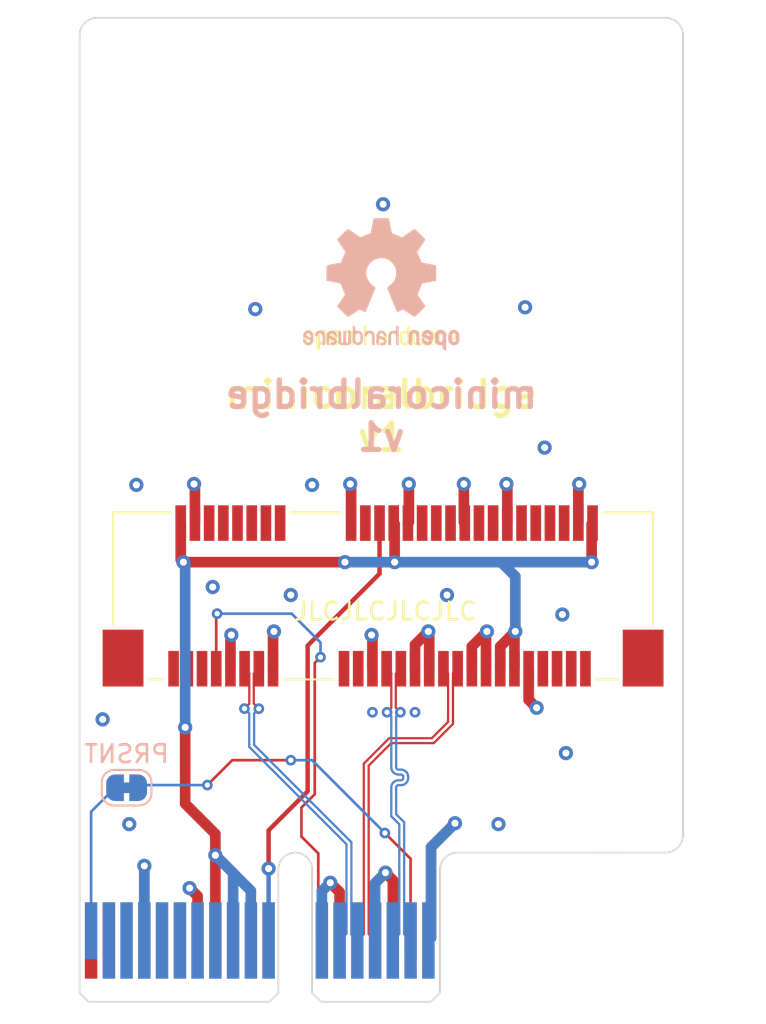
<source format=kicad_pcb>
(kicad_pcb (version 20221018) (generator pcbnew)
  (layers (0 "F.Cu" signal) (1 "In1.Cu" signal) (2 "In2.Cu" signal) (31 "B.Cu" signal) (34 "B.Paste" user) (35 "F.Paste" user) (36 "B.SilkS" user "B.Silkscreen") (37 "F.SilkS" user "F.Silkscreen") (38 "B.Mask" user) (39 "F.Mask" user) (44 "Edge.Cuts" user))
  (net 0 "")
  (net 3 "GND")
  (net 6 "/CLKREQ")
  (net 15 "/PERST")
  (net 22 "Net-(J2-~{PRSNT1})")
  (net 23 "Net-(J2-~{PRSNT2})")
  (net 32 "+3V3")
  (net 43 "/MINI_REFCLK_P")
  (net 44 "/MINI_REFCLK_N")
  (net 45 "/MINI_PET0_P")
  (net 46 "/MINI_PET0_N")
  (net 47 "/MINI_PER0_P")
  (net 48 "/MINI_PER0_N")
  (footprint "Connector_PCBEdge:BUS_PCI_Express_Mini_Half" (layer "F.Cu") (at 82.45 99.6)
    (fp_text reference "J1" hide)
    (fp_text value "MOLEX 0679101002 / TE 1775862")
    (pad "" np_thru_hole circle (at -12.5 0) (size 1.6 1.6) (drill 1.6) (layers "*.Cu" "*.Mask"))
    (pad "" np_thru_hole circle (at 12.5 0) (size 1.1 1.1) (drill 1.1) (layers "*.Cu" "*.Mask"))
    (pad "1" smd rect (at -11.8 4.1) (size 0.6 2) (layers "F.Cu" "F.Paste" "F.Mask"))
    (pad "2" smd rect (at -11.4 -4.1) (size 0.6 2) (layers "F.Cu" "F.Paste" "F.Mask") (net 32 "+3V3"))
    (pad "3" smd rect (at -11 4.1) (size 0.6 2) (layers "F.Cu" "F.Paste" "F.Mask"))
    (pad "4" smd rect (at -10.6 -4.1) (size 0.6 2) (layers "F.Cu" "F.Paste" "F.Mask") (net 3 "GND"))
    (pad "5" smd rect (at -10.2 4.1) (size 0.6 2) (layers "F.Cu" "F.Paste" "F.Mask"))
    (pad "6" smd rect (at -9.8 -4.1) (size 0.6 2) (layers "F.Cu" "F.Paste" "F.Mask"))
    (pad "7" smd rect (at -9.4 4.1) (size 0.6 2) (layers "F.Cu" "F.Paste" "F.Mask") (net 6 "/CLKREQ"))
    (pad "8" smd rect (at -9 -4.1) (size 0.6 2) (layers "F.Cu" "F.Paste" "F.Mask"))
    (pad "9" smd rect (at -8.6 4.1) (size 0.6 2) (layers "F.Cu" "F.Paste" "F.Mask") (net 3 "GND"))
    (pad "10" smd rect (at -8.2 -4.1) (size 0.6 2) (layers "F.Cu" "F.Paste" "F.Mask"))
    (pad "11" smd rect (at -7.8 4.1) (size 0.6 2) (layers "F.Cu" "F.Paste" "F.Mask") (net 43 "/MINI_REFCLK_P"))
    (pad "12" smd rect (at -7.4 -4.1) (size 0.6 2) (layers "F.Cu" "F.Paste" "F.Mask"))
    (pad "13" smd rect (at -7 4.1) (size 0.6 2) (layers "F.Cu" "F.Paste" "F.Mask") (net 44 "/MINI_REFCLK_N"))
    (pad "14" smd rect (at -6.6 -4.1) (size 0.6 2) (layers "F.Cu" "F.Paste" "F.Mask"))
    (pad "15" smd rect (at -6.2 4.1) (size 0.6 2) (layers "F.Cu" "F.Paste" "F.Mask") (net 3 "GND"))
    (pad "16" smd rect (at -5.8 -4.1) (size 0.6 2) (layers "F.Cu" "F.Paste" "F.Mask"))
    (pad "17" smd rect (at -2.2 4.1) (size 0.6 2) (layers "F.Cu" "F.Paste" "F.Mask"))
    (pad "18" smd rect (at -1.8 -4.1) (size 0.6 2) (layers "F.Cu" "F.Paste" "F.Mask") (net 3 "GND"))
    (pad "19" smd rect (at -1.4 4.1) (size 0.6 2) (layers "F.Cu" "F.Paste" "F.Mask"))
    (pad "20" smd rect (at -1 -4.1) (size 0.6 2) (layers "F.Cu" "F.Paste" "F.Mask"))
    (pad "21" smd rect (at -0.6 4.1) (size 0.6 2) (layers "F.Cu" "F.Paste" "F.Mask") (net 3 "GND"))
    (pad "22" smd rect (at -0.2 -4.1) (size 0.6 2) (layers "F.Cu" "F.Paste" "F.Mask") (net 15 "/PERST"))
    (pad "23" smd rect (at 0.2 4.1) (size 0.6 2) (layers "F.Cu" "F.Paste" "F.Mask") (net 47 "/MINI_PER0_P"))
    (pad "24" smd rect (at 0.6 -4.1) (size 0.6 2) (layers "F.Cu" "F.Paste" "F.Mask") (net 32 "+3V3"))
    (pad "25" smd rect (at 1 4.1) (size 0.6 2) (layers "F.Cu" "F.Paste" "F.Mask") (net 48 "/MINI_PER0_N"))
    (pad "26" smd rect (at 1.4 -4.1) (size 0.6 2) (layers "F.Cu" "F.Paste" "F.Mask") (net 3 "GND"))
    (pad "27" smd rect (at 1.8 4.1) (size 0.6 2) (layers "F.Cu" "F.Paste" "F.Mask") (net 3 "GND"))
    (pad "28" smd rect (at 2.2 -4.1) (size 0.6 2) (layers "F.Cu" "F.Paste" "F.Mask"))
    (pad "29" smd rect (at 2.6 4.1) (size 0.6 2) (layers "F.Cu" "F.Paste" "F.Mask") (net 3 "GND"))
    (pad "30" smd rect (at 3 -4.1) (size 0.6 2) (layers "F.Cu" "F.Paste" "F.Mask"))
    (pad "31" smd rect (at 3.4 4.1) (size 0.6 2) (layers "F.Cu" "F.Paste" "F.Mask") (net 45 "/MINI_PET0_P"))
    (pad "32" smd rect (at 3.8 -4.1) (size 0.6 2) (layers "F.Cu" "F.Paste" "F.Mask"))
    (pad "33" smd rect (at 4.2 4.1) (size 0.6 2) (layers "F.Cu" "F.Paste" "F.Mask") (net 46 "/MINI_PET0_N"))
    (pad "34" smd rect (at 4.6 -4.1) (size 0.6 2) (layers "F.Cu" "F.Paste" "F.Mask") (net 3 "GND"))
    (pad "35" smd rect (at 5 4.1) (size 0.6 2) (layers "F.Cu" "F.Paste" "F.Mask") (net 3 "GND"))
    (pad "36" smd rect (at 5.4 -4.1) (size 0.6 2) (layers "F.Cu" "F.Paste" "F.Mask"))
    (pad "37" smd rect (at 5.8 4.1) (size 0.6 2) (layers "F.Cu" "F.Paste" "F.Mask") (net 3 "GND"))
    (pad "38" smd rect (at 6.2 -4.1) (size 0.6 2) (layers "F.Cu" "F.Paste" "F.Mask"))
    (pad "39" smd rect (at 6.6 4.1) (size 0.6 2) (layers "F.Cu" "F.Paste" "F.Mask") (net 32 "+3V3"))
    (pad "40" smd rect (at 7 -4.1) (size 0.6 2) (layers "F.Cu" "F.Paste" "F.Mask") (net 3 "GND"))
    (pad "41" smd rect (at 7.4 4.1) (size 0.6 2) (layers "F.Cu" "F.Paste" "F.Mask") (net 32 "+3V3"))
    (pad "42" smd rect (at 7.8 -4.1) (size 0.6 2) (layers "F.Cu" "F.Paste" "F.Mask"))
    (pad "43" smd rect (at 8.2 4.1) (size 0.6 2) (layers "F.Cu" "F.Paste" "F.Mask") (net 3 "GND"))
    (pad "44" smd rect (at 8.6 -4.1) (size 0.6 2) (layers "F.Cu" "F.Paste" "F.Mask"))
    (pad "45" smd rect (at 9 4.1) (size 0.6 2) (layers "F.Cu" "F.Paste" "F.Mask"))
    (pad "46" smd rect (at 9.4 -4.1) (size 0.6 2) (layers "F.Cu" "F.Paste" "F.Mask"))
    (pad "47" smd rect (at 9.8 4.1) (size 0.6 2) (layers "F.Cu" "F.Paste" "F.Mask"))
    (pad "48" smd rect (at 10.2 -4.1) (size 0.6 2) (layers "F.Cu" "F.Paste" "F.Mask"))
    (pad "49" smd rect (at 10.6 4.1) (size 0.6 2) (layers "F.Cu" "F.Paste" "F.Mask"))
    (pad "50" smd rect (at 11 -4.1) (size 0.6 2) (layers "F.Cu" "F.Paste" "F.Mask") (net 3 "GND"))
    (pad "51" smd rect (at 11.4 4.1) (size 0.6 2) (layers "F.Cu" "F.Paste" "F.Mask"))
    (pad "52" smd rect (at 11.8 -4.1) (size 0.6 2) (layers "F.Cu" "F.Paste" "F.Mask") (net 32 "+3V3"))
    (pad "MP" smd rect (at -14.65 3.5) (size 2.3 3.2) (layers "F.Cu" "F.Paste" "F.Mask"))
    (pad "MP" smd rect (at 14.65 3.5) (size 2.3 3.2) (layers "F.Cu" "F.Paste" "F.Mask"))
  )
  (footprint "Connector_PCBEdge:BUS_PCIexpress_x1" (layer "F.Cu") (at 66 119)
    (fp_text reference "J2" hide)
    (fp_text value "Bus_PCI_Express_x1")
    (fp_line (start -0.65 -4.95) (end -0.65 2.95) (stroke (width 0.1)) (layer "Edge.Cuts"))
    (fp_line (start -0.65 2.95) (end -0.15 3.45) (stroke (width 0.1)) (layer "Edge.Cuts"))
    (fp_line (start -0.15 3.45) (end 10.05 3.45) (stroke (width 0.1)) (layer "Edge.Cuts"))
    (fp_line (start 10.55 -4) (end 10.55 2.95) (stroke (width 0.1)) (layer "Edge.Cuts"))
    (fp_line (start 10.55 2.95) (end 10.05 3.45) (stroke (width 0.1)) (layer "Edge.Cuts"))
    (fp_line (start 12.45 -4) (end 12.45 2.95) (stroke (width 0.1)) (layer "Edge.Cuts"))
    (fp_line (start 12.45 2.95) (end 12.95 3.45) (stroke (width 0.1)) (layer "Edge.Cuts"))
    (fp_line (start 12.95 3.45) (end 19.15 3.45) (stroke (width 0.1)) (layer "Edge.Cuts"))
    (fp_line (start 19.65 -4) (end 19.65 2.95) (stroke (width 0.1)) (layer "Edge.Cuts"))
    (fp_line (start 19.65 2.95) (end 19.15 3.45) (stroke (width 0.1)) (layer "Edge.Cuts"))
    (fp_arc (start 10.55 -4) (mid 11.5 -4.95) (end 12.45 -4) (stroke (width 0.1)) (layer "Edge.Cuts"))
    (fp_arc (start 19.65 -4) (mid 19.959914 -4.675452) (end 20.65 -4.951249) (stroke (width 0.1)) (layer "Edge.Cuts"))
    (pad "A1" connect rect (at 0 -0.55) (size 0.7 3.2) (layers "B.Cu" "B.Mask") (net 22 "Net-(J2-~{PRSNT1})"))
    (pad "A2" connect rect (at 1 0) (size 0.7 4.3) (layers "B.Cu" "B.Mask"))
    (pad "A3" connect rect (at 2 0) (size 0.7 4.3) (layers "B.Cu" "B.Mask"))
    (pad "A4" connect rect (at 3 0) (size 0.7 4.3) (layers "B.Cu" "B.Mask") (net 3 "GND"))
    (pad "A5" connect rect (at 4 0) (size 0.7 4.3) (layers "B.Cu" "B.Mask"))
    (pad "A6" connect rect (at 5 0) (size 0.7 4.3) (layers "B.Cu" "B.Mask"))
    (pad "A7" connect rect (at 6 0) (size 0.7 4.3) (layers "B.Cu" "B.Mask"))
    (pad "A8" connect rect (at 7 0) (size 0.7 4.3) (layers "B.Cu" "B.Mask"))
    (pad "A9" connect rect (at 8 0) (size 0.7 4.3) (layers "B.Cu" "B.Mask") (net 32 "+3V3"))
    (pad "A10" connect rect (at 9 0) (size 0.7 4.3) (layers "B.Cu" "B.Mask") (net 32 "+3V3"))
    (pad "A11" connect rect (at 10 0) (size 0.7 4.3) (layers "B.Cu" "B.Mask") (net 15 "/PERST"))
    (pad "A12" connect rect (at 13 0) (size 0.7 4.3) (layers "B.Cu" "B.Mask") (net 3 "GND"))
    (pad "A13" connect rect (at 14 0) (size 0.7 4.3) (layers "B.Cu" "B.Mask") (net 43 "/MINI_REFCLK_P"))
    (pad "A14" connect rect (at 15 0) (size 0.7 4.3) (layers "B.Cu" "B.Mask") (net 44 "/MINI_REFCLK_N"))
    (pad "A15" connect rect (at 16 0) (size 0.7 4.3) (layers "B.Cu" "B.Mask") (net 3 "GND"))
    (pad "A16" connect rect (at 17 0) (size 0.7 4.3) (layers "B.Cu" "B.Mask") (net 47 "/MINI_PER0_P"))
    (pad "A17" connect rect (at 18 0) (size 0.7 4.3) (layers "B.Cu" "B.Mask") (net 48 "/MINI_PER0_N"))
    (pad "A18" connect rect (at 19 0) (size 0.7 4.3) (layers "B.Cu" "B.Mask") (net 3 "GND"))
    (pad "B1" connect rect (at 0 0) (size 0.7 4.3) (layers "F.Cu" "F.Mask"))
    (pad "B2" connect rect (at 1 0) (size 0.7 4.3) (layers "F.Cu" "F.Mask"))
    (pad "B3" connect rect (at 2 0) (size 0.7 4.3) (layers "F.Cu" "F.Mask"))
    (pad "B4" connect rect (at 3 0) (size 0.7 4.3) (layers "F.Cu" "F.Mask") (net 3 "GND"))
    (pad "B5" connect rect (at 4 0) (size 0.7 4.3) (layers "F.Cu" "F.Mask"))
    (pad "B6" connect rect (at 5 0) (size 0.7 4.3) (layers "F.Cu" "F.Mask"))
    (pad "B7" connect rect (at 6 0) (size 0.7 4.3) (layers "F.Cu" "F.Mask") (net 3 "GND"))
    (pad "B8" connect rect (at 7 0) (size 0.7 4.3) (layers "F.Cu" "F.Mask") (net 32 "+3V3"))
    (pad "B9" connect rect (at 8 0) (size 0.7 4.3) (layers "F.Cu" "F.Mask"))
    (pad "B10" connect rect (at 9 0) (size 0.7 4.3) (layers "F.Cu" "F.Mask"))
    (pad "B11" connect rect (at 10 0) (size 0.7 4.3) (layers "F.Cu" "F.Mask"))
    (pad "B12" connect rect (at 13 0) (size 0.7 4.3) (layers "F.Cu" "F.Mask") (net 6 "/CLKREQ"))
    (pad "B13" connect rect (at 14 0) (size 0.7 4.3) (layers "F.Cu" "F.Mask") (net 3 "GND"))
    (pad "B14" connect rect (at 15 0) (size 0.7 4.3) (layers "F.Cu" "F.Mask") (net 45 "/MINI_PET0_P"))
    (pad "B15" connect rect (at 16 0) (size 0.7 4.3) (layers "F.Cu" "F.Mask") (net 46 "/MINI_PET0_N"))
    (pad "B16" connect rect (at 17 0) (size 0.7 4.3) (layers "F.Cu" "F.Mask") (net 3 "GND"))
    (pad "B17" connect rect (at 18 -0.55) (size 0.7 3.2) (layers "F.Cu" "F.Mask") (net 23 "Net-(J2-~{PRSNT2})"))
    (pad "B18" connect rect (at 19 0) (size 0.7 4.3) (layers "F.Cu" "F.Mask") (net 3 "GND"))
  )
  (footprint "MountingHole:MountingHole_2.2mm_M2" (layer "F.Cu") (at 94.55 75.7)
    (fp_text reference "REF**" hide)
    (fp_text value "MountingHole_2.2mm_M2")
    (pad "" np_thru_hole circle locked (at 0 0) (size 2.2 2.2) (drill 2.2) (layers "*.Cu" "*.Mask"))
  )
  (footprint "Symbol:OSHW-Logo2_9.8x8mm_SilkScreen" (layer "F.Cu") (at 82.35 82.05)
    (fp_text reference "REF**" hide)
    (fp_text value "OSHW-Logo2_9.8x8mm_SilkScreen" hide)
  )
  (footprint "MountingHole:MountingHole_2.2mm_M2" (layer "F.Cu") (at 70.35 75.7)
    (fp_text reference "REF**" hide)
    (fp_text value "MountingHole_2.2mm_M2")
    (pad "" np_thru_hole circle locked (at 0 0) (size 2.2 2.2) (drill 2.2) (layers "*.Cu" "*.Mask"))
  )
  (footprint "Jumper:SolderJumper-2_P1.3mm_Bridged_RoundedPad1.0x1.5mm" (layer "B.Cu") (at 68 110.4)
    (fp_text reference "JP2" hide)
    (fp_text value "PRSNT" (at 0 -1.9) (layer "B.SilkS") (effects (justify mirror)))
    (fp_poly (pts (xy 0.25 0.3) (xy -0.25 0.3) (xy -0.25 -0.3) (xy 0.25 -0.3)) (fill solid) (layer "B.Cu"))
    (pad "1" smd custom (at -0.65 0) (size 1 0.5) (layers "B.Cu" "B.Mask") (net 22 "Net-(J2-~{PRSNT1})") (options (clearance outline) (anchor rect)) (primitives (gr_circle (center 0 -0.25) (end 0.5 -0.25) (width 0) (fill yes)) (gr_circle (center 0 0.25) (end 0.5 0.25) (width 0) (fill yes)) (gr_poly (pts (xy 0.5 -0.75) (xy 0 -0.75) (xy 0 0.75) (xy 0.5 0.75)) (width 0) (fill yes))))
    (pad "2" smd custom (at 0.65 0) (size 1 0.5) (layers "B.Cu" "B.Mask") (net 23 "Net-(J2-~{PRSNT2})") (options (clearance outline) (anchor rect)) (primitives (gr_circle (center 0 -0.25) (end 0.5 -0.25) (width 0) (fill yes)) (gr_circle (center 0 0.25) (end 0.5 0.25) (width 0) (fill yes)) (gr_poly (pts (xy 0 -0.75) (xy -0.5 -0.75) (xy -0.5 0.75) (xy 0 0.75)) (width 0) (fill yes))))
  )
  (footprint "Symbol:OSHW-Logo2_9.8x8mm_SilkScreen" (layer "B.Cu") (at 82.35 82.05 180)
    (fp_text reference "REF**" hide)
    (fp_text value "OSHW-Logo2_9.8x8mm_SilkScreen" hide)
  )
  (gr_line (start 98.35 114.05) (end 86.65 114.048751) (stroke (width 0.1)) (layer "Edge.Cuts"))
  (gr_arc (start 65.35 68.05) (mid 65.642893 67.342893) (end 66.35 67.05) (stroke (width 0.1)) (layer "Edge.Cuts"))
  (gr_arc (start 99.35 113.05) (mid 99.057107 113.757107) (end 98.35 114.05) (stroke (width 0.1)) (layer "Edge.Cuts"))
  (gr_line (start 66.35 67.05) (end 98.35 67.05) (stroke (width 0.1)) (layer "Edge.Cuts"))
  (gr_line (start 99.35 68.05) (end 99.35 113.05) (stroke (width 0.1)) (layer "Edge.Cuts"))
  (gr_arc (start 98.35 67.05) (mid 99.057107 67.342893) (end 99.35 68.05) (stroke (width 0.1)) (layer "Edge.Cuts"))
  (gr_line (start 65.35 114.05) (end 65.35 68.05) (stroke (width 0.1)) (layer "Edge.Cuts"))
  (gr_text "minicoralbridge\nv1" (at 82.35 91.55) (layer "B.SilkS") (effects (font (size 1.5 1.5) (thickness 0.3) bold) (justify bottom mirror)))
  (gr_text "minicoralbridge\nv1" (at 82.35 91.55) (layer "F.SilkS") (effects (font (size 1.5 1.5) (thickness 0.3) bold) (justify bottom)))
  (gr_text "JLCJLCJLCJLC" (at 77.35 101.05) (layer "F.SilkS") (effects (font (size 1 1)) (justify left bottom)))
  (segment (start 71.85 95.5) (end 71.85 93.35) (width 0.6) (layer "F.Cu") (net 3))
  (segment (start 76.25 101.65) (end 76.3 101.6) (width 0.6) (layer "F.Cu") (net 3))
  (segment (start 93.45 95.5) (end 93.45 93.35) (width 0.6) (layer "F.Cu") (net 3))
  (segment (start 76.25 103.7) (end 76.25 101.65) (width 0.6) (layer "F.Cu") (net 3))
  (segment (start 83 119) (end 83 115.6) (width 0.6) (layer "F.Cu") (net 3))
  (segment (start 88.25 101.65) (end 88.3 101.6) (width 0.6) (layer "F.Cu") (net 3))
  (segment (start 80.65 95.5) (end 80.65 93.35) (width 0.6) (layer "F.Cu") (net 3))
  (segment (start 85 119) (end 85.15 118.85) (width 0.6) (layer "F.Cu") (net 3))
  (segment (start 85.05 103.7) (end 85.05 101.65) (width 0.6) (layer "F.Cu") (net 3))
  (segment (start 87.45 103.7) (end 87.45 102.45) (width 0.6) (layer "F.Cu") (net 3))
  (segment (start 84.25 103.7) (end 84.25 102.35) (width 0.6) (layer "F.Cu") (net 3))
  (segment (start 88.25 103.7) (end 88.25 101.65) (width 0.6) (layer "F.Cu") (net 3))
  (segment (start 73.85 103.7) (end 73.85 101.85) (width 0.6) (layer "F.Cu") (net 3))
  (segment (start 83 115.6) (end 82.583332 115.183332) (width 0.6) (layer "F.Cu") (net 3))
  (segment (start 73.85 101.85) (end 73.9 101.8) (width 0.6) (layer "F.Cu") (net 3))
  (segment (start 85.15 113.75) (end 86.5 112.4) (width 0.6) (layer "F.Cu") (net 3))
  (segment (start 83.9 93.3) (end 83.9 95.45) (width 0.6) (layer "F.Cu") (net 3))
  (segment (start 84.25 102.35) (end 85 101.6) (width 0.6) (layer "F.Cu") (net 3))
  (segment (start 72 116.5) (end 72 119) (width 0.6) (layer "F.Cu") (net 3))
  (segment (start 81.85 101.85) (end 81.8 101.8) (width 0.6) (layer "F.Cu") (net 3))
  (segment (start 89.45 93.35) (end 89.4 93.3) (width 0.6) (layer "F.Cu") (net 3))
  (segment (start 87.45 102.45) (end 88.3 101.6) (width 0.6) (layer "F.Cu") (net 3))
  (segment (start 71.85 93.35) (end 71.8 93.3) (width 0.6) (layer "F.Cu") (net 3))
  (segment (start 87 93.3) (end 87 95.45) (width 0.6) (layer "F.Cu") (net 3))
  (segment (start 90.65 105.45) (end 91.1 105.9) (width 0.6) (layer "F.Cu") (net 3))
  (segment (start 83.9 95.45) (end 83.85 95.5) (width 0.6) (layer "F.Cu") (net 3))
  (segment (start 79.474 115.75) (end 80 116.276) (width 0.6) (layer "F.Cu") (net 3))
  (segment (start 69 119) (end 69 114.8) (width 0.6) (layer "F.Cu") (net 3))
  (segment (start 89.45 95.5) (end 89.45 93.35) (width 0.6) (layer "F.Cu") (net 3))
  (segment (start 93.45 93.35) (end 93.5 93.3) (width 0.6) (layer "F.Cu") (net 3))
  (segment (start 90.65 103.7) (end 90.65 105.45) (width 0.6) (layer "F.Cu") (net 3))
  (segment (start 71.55 116.05) (end 72 116.5) (width 0.6) (layer "F.Cu") (net 3))
  (segment (start 80.65 93.35) (end 80.6 93.3) (width 0.6) (layer "F.Cu") (net 3))
  (segment (start 80 116.276) (end 80 119) (width 0.6) (layer "F.Cu") (net 3))
  (segment (start 85.15 118.85) (end 85.15 113.75) (width 0.6) (layer "F.Cu") (net 3))
  (segment (start 85.05 101.65) (end 85 101.6) (width 0.6) (layer "F.Cu") (net 3))
  (segment (start 81.85 103.7) (end 81.85 101.85) (width 0.6) (layer "F.Cu") (net 3))
  (via (at 84.25 106.15) (size 0.6) (drill 0.3) (layers "F.Cu" "B.Cu") (net 3))
  (via (at 92.75 108.45) (size 0.8) (drill 0.4) (layers "F.Cu" "B.Cu") (net 3))
  (via (at 93.5 93.3) (size 0.8) (drill 0.4) (layers "F.Cu" "B.Cu") (net 3))
  (via (at 92.55 100.65) (size 0.8) (drill 0.4) (layers "F.Cu" "B.Cu") (net 3))
  (via (at 81.85 106.15) (size 0.6) (drill 0.3) (layers "F.Cu" "B.Cu") (net 3))
  (via (at 68.55 93.35) (size 0.8) (drill 0.4) (layers "F.Cu" "B.Cu") (net 3))
  (via (at 77.25 99.55) (size 0.8) (drill 0.4) (layers "F.Cu" "B.Cu") (net 3))
  (via (at 71.55 116.05) (size 0.8) (drill 0.4) (layers "F.Cu" "B.Cu") (net 3))
  (via (at 90.45 83.35) (size 0.8) (drill 0.4) (layers "F.Cu" "B.Cu") (net 3))
  (via (at 68.15 112.45) (size 0.8) (drill 0.4) (layers "F.Cu" "B.Cu") (net 3))
  (via (at 66.65 106.55) (size 0.8) (drill 0.4) (layers "F.Cu" "B.Cu") (net 3))
  (via (at 72.85 99.1) (size 0.8) (drill 0.4) (layers "F.Cu" "B.Cu") (net 3))
  (via (at 86.05 99.55) (size 0.8) (drill 0.4) (layers "F.Cu" "B.Cu") (net 3))
  (via (at 89.4 93.3) (size 0.8) (drill 0.4) (layers "F.Cu" "B.Cu") (net 3))
  (via (at 86.5 112.4) (size 0.8) (drill 0.4) (layers "F.Cu" "B.Cu") (net 3))
  (via (at 69 114.8) (size 0.8) (drill 0.4) (layers "F.Cu" "B.Cu") (net 3))
  (via (at 85 101.6) (size 0.8) (drill 0.4) (layers "F.Cu" "B.Cu") (net 3))
  (via (at 81.8 101.8) (size 0.8) (drill 0.4) (layers "F.Cu" "B.Cu") (net 3))
  (via (at 73.9 101.8) (size 0.8) (drill 0.4) (layers "F.Cu" "B.Cu") (net 3))
  (via (at 88.3 101.6) (size 0.8) (drill 0.4) (layers "F.Cu" "B.Cu") (net 3))
  (via (at 88.95 112.45) (size 0.8) (drill 0.4) (layers "F.Cu" "B.Cu") (net 3))
  (via (at 79.474 115.75) (size 0.8) (drill 0.4) (layers "F.Cu" "B.Cu") (net 3))
  (via (at 91.55 91.25) (size 0.8) (drill 0.4) (layers "F.Cu" "B.Cu") (net 3))
  (via (at 76.3 101.6) (size 0.8) (drill 0.4) (layers "F.Cu" "B.Cu") (net 3))
  (via (at 82.583332 115.183332) (size 0.8) (drill 0.4) (layers "F.Cu" "B.Cu") (net 3))
  (via (at 80.6 93.3) (size 0.8) (drill 0.4) (layers "F.Cu" "B.Cu") (net 3))
  (via (at 78.45 93.35) (size 0.8) (drill 0.4) (layers "F.Cu" "B.Cu") (net 3))
  (via (at 75.25 83.45) (size 0.8) (drill 0.4) (layers "F.Cu" "B.Cu") (net 3))
  (via (at 71.8 93.3) (size 0.8) (drill 0.4) (layers "F.Cu" "B.Cu") (net 3))
  (via (at 87 93.3) (size 0.8) (drill 0.4) (layers "F.Cu" "B.Cu") (net 3))
  (via (at 91.1 105.9) (size 0.8) (drill 0.4) (layers "F.Cu" "B.Cu") (net 3))
  (via (at 83.9 93.3) (size 0.8) (drill 0.4) (layers "F.Cu" "B.Cu") (net 3))
  (via (at 82.45 77.55) (size 0.8) (drill 0.4) (layers "F.Cu" "B.Cu") (net 3))
  (segment (start 79.474 115.75) (end 79 116.224) (width 0.6) (layer "B.Cu") (net 3))
  (segment (start 82 115.766664) (end 82 119) (width 0.6) (layer "B.Cu") (net 3))
  (segment (start 85 119) (end 85.15 118.85) (width 0.6) (layer "B.Cu") (net 3))
  (segment (start 85.15 118.85) (end 85.15 113.75) (width 0.6) (layer "B.Cu") (net 3))
  (segment (start 82.583332 115.183332) (end 82 115.766664) (width 0.6) (layer "B.Cu") (net 3))
  (segment (start 69 119) (end 69 114.8) (width 0.6) (layer "B.Cu") (net 3))
  (segment (start 79 116.224) (end 79 119) (width 0.6) (layer "B.Cu") (net 3))
  (segment (start 85.15 113.75) (end 86.5 112.4) (width 0.6) (layer "B.Cu") (net 3))
  (segment (start 73.05 100.65) (end 73.05 103.7) (width 0.15) (layer "F.Cu") (net 6))
  (segment (start 73.1 100.6) (end 73.05 100.65) (width 0.15) (layer "F.Cu") (net 6))
  (segment (start 78.7995 114.099881) (end 78.7995 118.7995) (width 0.15) (layer "F.Cu") (net 6))
  (segment (start 78.6 103.3745) (end 78.6 110.765685) (width 0.15) (layer "F.Cu") (net 6))
  (segment (start 77.85 111.515685) (end 77.85 113.150381) (width 0.15) (layer "F.Cu") (net 6))
  (segment (start 78.9245 103.05) (end 78.6 103.3745) (width 0.15) (layer "F.Cu") (net 6))
  (segment (start 78.6 110.765685) (end 77.85 111.515685) (width 0.15) (layer "F.Cu") (net 6))
  (segment (start 77.85 113.150381) (end 78.7995 114.099881) (width 0.15) (layer "F.Cu") (net 6))
  (via (at 78.9245 103.05) (size 0.6) (drill 0.3) (layers "F.Cu" "B.Cu") (net 6))
  (via (at 73.1 100.6) (size 0.6) (drill 0.3) (layers "F.Cu" "B.Cu") (net 6))
  (segment (start 77.3 100.6) (end 73.1 100.6) (width 0.15) (layer "B.Cu") (net 6))
  (segment (start 77.3 100.6) (end 78.9245 102.2245) (width 0.15) (layer "B.Cu") (net 6))
  (segment (start 78.9245 103.05) (end 78.9245 102.2245) (width 0.15) (layer "B.Cu") (net 6))
  (segment (start 78.2 102.4) (end 82.25 98.35) (width 0.25) (layer "F.Cu") (net 15))
  (segment (start 76 114.95) (end 76 112.8) (width 0.25) (layer "F.Cu") (net 15))
  (segment (start 78.2 110.6) (end 78.2 102.4) (width 0.25) (layer "F.Cu") (net 15))
  (segment (start 82.25 98.35) (end 82.25 95.5) (width 0.25) (layer "F.Cu") (net 15))
  (segment (start 76 112.8) (end 78.2 110.6) (width 0.25) (layer "F.Cu") (net 15))
  (via (at 76 114.95) (size 0.8) (drill 0.4) (layers "F.Cu" "B.Cu") (net 15))
  (segment (start 76 114.95) (end 76 119) (width 0.25) (layer "B.Cu") (net 15))
  (segment (start 66 111.75) (end 67.35 110.4) (width 0.15) (layer "B.Cu") (net 22))
  (segment (start 66 118.45) (end 66 111.75) (width 0.15) (layer "B.Cu") (net 22))
  (segment (start 77.25 108.85) (end 73.95 108.85) (width 0.15) (layer "F.Cu") (net 23))
  (segment (start 73.95 108.85) (end 72.55 110.25) (width 0.15) (layer "F.Cu") (net 23))
  (segment (start 84 118.45) (end 84 114.4) (width 0.15) (layer "F.Cu") (net 23))
  (segment (start 84 114.4) (end 82.55 112.95) (width 0.15) (layer "F.Cu") (net 23))
  (via (at 82.55 112.95) (size 0.6) (drill 0.3) (layers "F.Cu" "B.Cu") (net 23))
  (via (at 77.25 108.85) (size 0.6) (drill 0.3) (layers "F.Cu" "B.Cu") (net 23))
  (via (at 72.55 110.25) (size 0.6) (drill 0.3) (layers "F.Cu" "B.Cu") (net 23))
  (segment (start 79.35 109.75) (end 78.45 108.85) (width 0.15) (layer "B.Cu") (net 23))
  (segment (start 82.55 112.95) (end 79.35 109.75) (width 0.15) (layer "B.Cu") (net 23))
  (segment (start 78.45 108.85) (end 77.25 108.85) (width 0.15) (layer "B.Cu") (net 23))
  (segment (start 68.8 110.25) (end 68.65 110.4) (width 0.15) (layer "B.Cu") (net 23))
  (segment (start 72.55 110.25) (end 68.8 110.25) (width 0.15) (layer "B.Cu") (net 23))
  (segment (start 73 114.2) (end 73 113) (width 0.6) (layer "F.Cu") (net 32))
  (segment (start 71.2 97.7) (end 71.05 97.55) (width 0.6) (layer "F.Cu") (net 32))
  (segment (start 83.1 97.7) (end 83.1 95.55) (width 0.6) (layer "F.Cu") (net 32))
  (segment (start 89.9 101.6) (end 89.85 101.65) (width 0.6) (layer "F.Cu") (net 32))
  (segment (start 94.2 97.7) (end 94.2 95.55) (width 0.6) (layer "F.Cu") (net 32))
  (segment (start 73 114.2) (end 73 119) (width 0.6) (layer "F.Cu") (net 32))
  (segment (start 83.1 95.55) (end 83.05 95.5) (width 0.6) (layer "F.Cu") (net 32))
  (segment (start 89.05 102.45) (end 89.05 103.7) (width 0.6) (layer "F.Cu") (net 32))
  (segment (start 71.05 97.55) (end 71.05 95.5) (width 0.6) (layer "F.Cu") (net 32))
  (segment (start 71.2 97.7) (end 80.3 97.7) (width 0.6) (layer "F.Cu") (net 32))
  (segment (start 71.3 111.3) (end 71.3 107) (width 0.6) (layer "F.Cu") (net 32))
  (segment (start 73 113) (end 71.3 111.3) (width 0.6) (layer "F.Cu") (net 32))
  (segment (start 89.85 101.65) (end 89.85 103.7) (width 0.6) (layer "F.Cu") (net 32))
  (segment (start 89.9 101.6) (end 89.05 102.45) (width 0.6) (layer "F.Cu") (net 32))
  (via (at 89.9 101.6) (size 0.8) (drill 0.4) (layers "F.Cu" "B.Cu") (net 32))
  (via (at 71.2 97.7) (size 0.8) (drill 0.4) (layers "F.Cu" "B.Cu") (net 32))
  (via (at 80.3 97.7) (size 0.8) (drill 0.4) (layers "F.Cu" "B.Cu") (net 32))
  (via (at 71.3 107) (size 0.8) (drill 0.4) (layers "F.Cu" "B.Cu") (net 32))
  (via (at 73 114.2) (size 0.8) (drill 0.4) (layers "F.Cu" "B.Cu") (net 32))
  (via (at 83.1 97.7) (size 0.8) (drill 0.4) (layers "F.Cu" "B.Cu") (net 32))
  (via (at 94.2 97.7) (size 0.8) (drill 0.4) (layers "F.Cu" "B.Cu") (net 32))
  (segment (start 89.9 101.6) (end 89.9 98.5) (width 0.6) (layer "B.Cu") (net 32))
  (segment (start 89.1 97.7) (end 94.2 97.7) (width 0.6) (layer "B.Cu") (net 32))
  (segment (start 74 119) (end 74 115.2) (width 0.6) (layer "B.Cu") (net 32))
  (segment (start 80.3 97.7) (end 83.1 97.7) (width 0.6) (layer "B.Cu") (net 32))
  (segment (start 71.3 107) (end 71.3 97.8) (width 0.6) (layer "B.Cu") (net 32))
  (segment (start 71.3 97.8) (end 71.2 97.7) (width 0.6) (layer "B.Cu") (net 32))
  (segment (start 75 119) (end 75 116.2) (width 0.6) (layer "B.Cu") (net 32))
  (segment (start 89.9 98.5) (end 89.1 97.7) (width 0.6) (layer "B.Cu") (net 32))
  (segment (start 89.1 97.7) (end 83.1 97.7) (width 0.6) (layer "B.Cu") (net 32))
  (segment (start 74 115.2) (end 73 114.2) (width 0.6) (layer "B.Cu") (net 32))
  (segment (start 75 116.2) (end 73 114.2) (width 0.6) (layer "B.Cu") (net 32))
  (segment (start 74.9112 105.673437) (end 74.63933 105.945307) (width 0.127) (layer "F.Cu") (net 43))
  (segment (start 74.9112 103.9612) (end 74.9112 105.673437) (width 0.127) (layer "F.Cu") (net 43))
  (segment (start 74.65 103.7) (end 74.9112 103.9612) (width 0.127) (layer "F.Cu") (net 43))
  (via (at 74.63933 105.945307) (size 0.6) (drill 0.3) (layers "F.Cu" "B.Cu") (net 43))
  (segment (start 80.38766 118.61234) (end 80 119) (width 0.127) (layer "B.Cu") (net 43))
  (segment (start 80.38766 113.582892) (end 80.38766 118.61234) (width 0.127) (layer "B.Cu") (net 43))
  (segment (start 74.908963 106.21494) (end 74.908963 108.104195) (width 0.127) (layer "B.Cu") (net 43))
  (segment (start 74.908963 108.104195) (end 80.38766 113.582892) (width 0.127) (layer "B.Cu") (net 43))
  (segment (start 74.63933 105.945307) (end 74.908963 106.21494) (width 0.127) (layer "B.Cu") (net 43))
  (segment (start 75.1652 103.9848) (end 75.1652 105.6652) (width 0.127) (layer "F.Cu") (net 44))
  (segment (start 75.45 103.7) (end 75.1652 103.9848) (width 0.127) (layer "F.Cu") (net 44))
  (segment (start 75.1652 105.6652) (end 75.45 105.95) (width 0.127) (layer "F.Cu") (net 44))
  (via (at 75.45 105.95) (size 0.6) (drill 0.3) (layers "F.Cu" "B.Cu") (net 44))
  (segment (start 75.45 105.95) (end 75.185061 106.21494) (width 0.127) (layer "B.Cu") (net 44))
  (segment (start 80.663758 113.468526) (end 80.663758 118.663758) (width 0.127) (layer "B.Cu") (net 44))
  (segment (start 75.185061 107.989829) (end 80.663758 113.468526) (width 0.127) (layer "B.Cu") (net 44))
  (segment (start 75.185061 106.21494) (end 75.185061 107.989829) (width 0.127) (layer "B.Cu") (net 44))
  (segment (start 80.663758 118.663758) (end 81 119) (width 0.127) (layer "B.Cu") (net 44))
  (segment (start 81.361951 109.042817) (end 82.792817 107.611951) (width 0.127) (layer "F.Cu") (net 45))
  (segment (start 81.361951 118.638049) (end 81.361951 109.042817) (width 0.127) (layer "F.Cu") (net 45))
  (segment (start 85.192817 107.611951) (end 86.111951 106.692817) (width 0.127) (layer "F.Cu") (net 45))
  (segment (start 81 119) (end 81.361951 118.638049) (width 0.127) (layer "F.Cu") (net 45))
  (segment (start 86.111951 106.692817) (end 86.111951 103.961951) (width 0.127) (layer "F.Cu") (net 45))
  (segment (start 82.792817 107.611951) (end 85.192817 107.611951) (width 0.127) (layer "F.Cu") (net 45))
  (segment (start 86.111951 103.961951) (end 85.85 103.7) (width 0.127) (layer "F.Cu") (net 45))
  (segment (start 86.388049 103.961951) (end 86.388049 106.807183) (width 0.127) (layer "F.Cu") (net 46))
  (segment (start 81.638049 118.638049) (end 82 119) (width 0.127) (layer "F.Cu") (net 46))
  (segment (start 82.907183 107.888049) (end 81.638049 109.157183) (width 0.127) (layer "F.Cu") (net 46))
  (segment (start 86.388049 106.807183) (end 85.307183 107.888049) (width 0.127) (layer "F.Cu") (net 46))
  (segment (start 86.65 103.7) (end 86.388049 103.961951) (width 0.127) (layer "F.Cu") (net 46))
  (segment (start 81.638049 109.157183) (end 81.638049 118.638049) (width 0.127) (layer "F.Cu") (net 46))
  (segment (start 85.307183 107.888049) (end 82.907183 107.888049) (width 0.127) (layer "F.Cu") (net 46))
  (segment (start 82.65 103.7) (end 82.911951 103.961951) (width 0.127) (layer "F.Cu") (net 47))
  (segment (start 82.911951 103.961951) (end 82.911951 105.9135) (width 0.127) (layer "F.Cu") (net 47))
  (segment (start 82.911951 105.9135) (end 82.675451 106.15) (width 0.127) (layer "F.Cu") (net 47))
  (via (at 82.675451 106.15) (size 0.6) (drill 0.3) (layers "F.Cu" "B.Cu") (net 47))
  (segment (start 83.361951 118.638049) (end 83 119) (width 0.127) (layer "B.Cu") (net 47))
  (segment (start 83.586583 109.786582) (end 83.586583 109.85) (width 0.127) (layer "B.Cu") (net 47))
  (segment (start 83.318291 109.65634) (end 83.456341 109.65634) (width 0.127) (layer "B.Cu") (net 47))
  (segment (start 83.456341 109.980242) (end 83.318291 109.980242) (width 0.127) (layer "B.Cu") (net 47))
  (segment (start 82.911951 112.007183) (end 83.361951 112.457183) (width 0.127) (layer "B.Cu") (net 47))
  (segment (start 82.911951 110.386582) (end 82.911951 110.45) (width 0.127) (layer "B.Cu") (net 47))
  (segment (start 82.911951 106.3865) (end 82.911951 109.25) (width 0.127) (layer "B.Cu") (net 47))
  (segment (start 82.675451 106.15) (end 82.911951 106.3865) (width 0.127) (layer "B.Cu") (net 47))
  (segment (start 82.911951 110.45) (end 82.911951 112.007183) (width 0.127) (layer "B.Cu") (net 47))
  (segment (start 83.361951 112.457183) (end 83.361951 118.638049) (width 0.127) (layer "B.Cu") (net 47))
  (arc (start 82.911951 109.25) (mid 83.030965 109.537326) (end 83.318291 109.65634) (width 0.127) (layer "B.Cu") (net 47))
  (arc (start 83.318291 109.980242) (mid 83.030965 110.099256) (end 82.911951 110.386582) (width 0.127) (layer "B.Cu") (net 47))
  (arc (start 83.586583 109.85) (mid 83.548436 109.942095) (end 83.456341 109.980242) (width 0.127) (layer "B.Cu") (net 47))
  (arc (start 83.456341 109.65634) (mid 83.548436 109.694487) (end 83.586583 109.786582) (width 0.127) (layer "B.Cu") (net 47))
  (segment (start 83.45 103.7) (end 83.165951 103.984049) (width 0.127) (layer "F.Cu") (net 48))
  (segment (start 83.165951 105.891402) (end 83.424549 106.15) (width 0.127) (layer "F.Cu") (net 48))
  (segment (start 83.165951 103.984049) (end 83.165951 105.891402) (width 0.127) (layer "F.Cu") (net 48))
  (via (at 83.424549 106.15) (size 0.6) (drill 0.3) (layers "F.Cu" "B.Cu") (net 48))
  (segment (start 83.188049 110.45) (end 83.188049 111.892817) (width 0.127) (layer "B.Cu") (net 48))
  (segment (start 83.318291 109.380242) (end 83.456341 109.380242) (width 0.127) (layer "B.Cu") (net 48))
  (segment (start 83.638049 112.342817) (end 83.638049 118.638049) (width 0.127) (layer "B.Cu") (net 48))
  (segment (start 83.638049 118.638049) (end 84 119) (width 0.127) (layer "B.Cu") (net 48))
  (segment (start 83.188049 110.386582) (end 83.188049 110.45) (width 0.127) (layer "B.Cu") (net 48))
  (segment (start 83.862681 109.786582) (end 83.862681 109.85) (width 0.127) (layer "B.Cu") (net 48))
  (segment (start 83.424549 106.15) (end 83.188049 106.3865) (width 0.127) (layer "B.Cu") (net 48))
  (segment (start 83.188049 111.892817) (end 83.638049 112.342817) (width 0.127) (layer "B.Cu") (net 48))
  (segment (start 83.456341 110.25634) (end 83.318291 110.25634) (width 0.127) (layer "B.Cu") (net 48))
  (segment (start 83.188049 106.3865) (end 83.188049 109.25) (width 0.127) (layer "B.Cu") (net 48))
  (arc (start 83.188049 109.25) (mid 83.226196 109.342095) (end 83.318291 109.380242) (width 0.127) (layer "B.Cu") (net 48))
  (arc (start 83.456341 109.380242) (mid 83.743667 109.499256) (end 83.862681 109.786582) (width 0.127) (layer "B.Cu") (net 48))
  (arc (start 83.862681 109.85) (mid 83.743667 110.137326) (end 83.456341 110.25634) (width 0.127) (layer "B.Cu") (net 48))
  (arc (start 83.318291 110.25634) (mid 83.226196 110.294487) (end 83.188049 110.386582) (width 0.127) (layer "B.Cu") (net 48))
)
</source>
